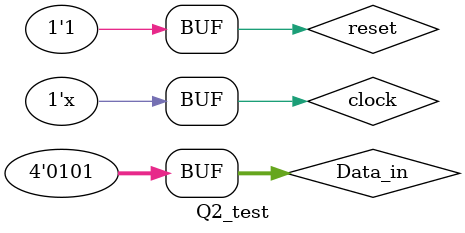
<source format=v>
`timescale 1ns / 1ps


module Q2_test;
    parameter half_period=50;
    parameter counter_size=4;
    
    wire [counter_size-1:0] Data_out;
    reg [counter_size-1:0] Data_in;
    reg clock,reset;
    
    hw2 #(counter_size) UUT (Data_in, clock, reset, Data_out);
    
    initial begin
    #0 clock=0;Data_in=0;reset=1;
    #100 reset=0;
    #100 Data_in=4'b0001;
    #100 Data_in=4'b0011;
    #100 Data_in=4'b0101;
    #100 Data_in=4'b0111;
    #100 Data_in=4'b1001;
    #100 Data_in=4'b1111;
    #100 reset=1;
    #100 Data_in=4'b0101;
    end
    
    always #half_period clock=~clock;
    

endmodule

</source>
